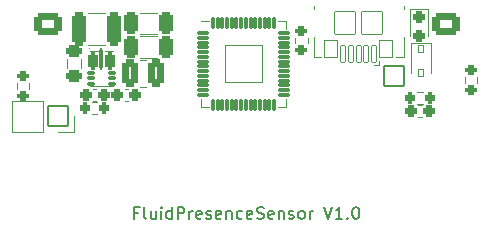
<source format=gto>
G04 #@! TF.GenerationSoftware,KiCad,Pcbnew,(6.0.7)*
G04 #@! TF.CreationDate,2022-10-27T11:39:27+02:00*
G04 #@! TF.ProjectId,FluidPresenceSensor,466c7569-6450-4726-9573-656e63655365,rev?*
G04 #@! TF.SameCoordinates,Original*
G04 #@! TF.FileFunction,Legend,Top*
G04 #@! TF.FilePolarity,Positive*
%FSLAX46Y46*%
G04 Gerber Fmt 4.6, Leading zero omitted, Abs format (unit mm)*
G04 Created by KiCad (PCBNEW (6.0.7)) date 2022-10-27 11:39:27*
%MOMM*%
%LPD*%
G01*
G04 APERTURE LIST*
G04 Aperture macros list*
%AMRoundRect*
0 Rectangle with rounded corners*
0 $1 Rounding radius*
0 $2 $3 $4 $5 $6 $7 $8 $9 X,Y pos of 4 corners*
0 Add a 4 corners polygon primitive as box body*
4,1,4,$2,$3,$4,$5,$6,$7,$8,$9,$2,$3,0*
0 Add four circle primitives for the rounded corners*
1,1,$1+$1,$2,$3*
1,1,$1+$1,$4,$5*
1,1,$1+$1,$6,$7*
1,1,$1+$1,$8,$9*
0 Add four rect primitives between the rounded corners*
20,1,$1+$1,$2,$3,$4,$5,0*
20,1,$1+$1,$4,$5,$6,$7,0*
20,1,$1+$1,$6,$7,$8,$9,0*
20,1,$1+$1,$8,$9,$2,$3,0*%
G04 Aperture macros list end*
%ADD10C,0.150000*%
%ADD11C,0.120000*%
%ADD12RoundRect,0.250000X0.200000X0.275000X-0.200000X0.275000X-0.200000X-0.275000X0.200000X-0.275000X0*%
%ADD13RoundRect,0.300000X-0.375000X-0.850000X0.375000X-0.850000X0.375000X0.850000X-0.375000X0.850000X0*%
%ADD14RoundRect,0.050000X0.200000X0.700000X-0.200000X0.700000X-0.200000X-0.700000X0.200000X-0.700000X0*%
%ADD15RoundRect,0.050000X0.575000X0.725000X-0.575000X0.725000X-0.575000X-0.725000X0.575000X-0.725000X0*%
%ADD16RoundRect,0.050000X0.875000X0.950000X-0.875000X0.950000X-0.875000X-0.950000X0.875000X-0.950000X0*%
%ADD17O,1.150000X2.000000*%
%ADD18RoundRect,0.275000X-0.225000X-0.250000X0.225000X-0.250000X0.225000X0.250000X-0.225000X0.250000X0*%
%ADD19RoundRect,0.050000X-0.850000X0.850000X-0.850000X-0.850000X0.850000X-0.850000X0.850000X0.850000X0*%
%ADD20O,1.800000X1.800000*%
%ADD21C,3.300000*%
%ADD22RoundRect,0.268750X-0.381250X0.218750X-0.381250X-0.218750X0.381250X-0.218750X0.381250X0.218750X0*%
%ADD23RoundRect,0.100000X-0.387500X-0.050000X0.387500X-0.050000X0.387500X0.050000X-0.387500X0.050000X0*%
%ADD24RoundRect,0.100000X-0.050000X-0.387500X0.050000X-0.387500X0.050000X0.387500X-0.050000X0.387500X0*%
%ADD25RoundRect,0.050000X-1.600000X-1.600000X1.600000X-1.600000X1.600000X1.600000X-1.600000X1.600000X0*%
%ADD26RoundRect,0.275000X0.225000X0.250000X-0.225000X0.250000X-0.225000X-0.250000X0.225000X-0.250000X0*%
%ADD27RoundRect,0.250000X-0.200000X-0.525000X0.200000X-0.525000X0.200000X0.525000X-0.200000X0.525000X0*%
%ADD28RoundRect,0.125000X-0.225000X-0.075000X0.225000X-0.075000X0.225000X0.075000X-0.225000X0.075000X0*%
%ADD29RoundRect,0.125000X-0.075000X-0.787500X0.075000X-0.787500X0.075000X0.787500X-0.075000X0.787500X0*%
%ADD30RoundRect,0.250000X0.275000X-0.200000X0.275000X0.200000X-0.275000X0.200000X-0.275000X-0.200000X0*%
%ADD31RoundRect,0.050000X-0.225000X0.300000X-0.225000X-0.300000X0.225000X-0.300000X0.225000X0.300000X0*%
%ADD32RoundRect,0.300000X-0.325000X-0.650000X0.325000X-0.650000X0.325000X0.650000X-0.325000X0.650000X0*%
%ADD33RoundRect,0.250000X-0.200000X-0.275000X0.200000X-0.275000X0.200000X0.275000X-0.200000X0.275000X0*%
%ADD34RoundRect,0.250000X-0.275000X0.200000X-0.275000X-0.200000X0.275000X-0.200000X0.275000X0.200000X0*%
%ADD35RoundRect,0.300000X0.325000X1.100000X-0.325000X1.100000X-0.325000X-1.100000X0.325000X-1.100000X0*%
%ADD36RoundRect,0.268750X-0.256250X0.218750X-0.256250X-0.218750X0.256250X-0.218750X0.256250X0.218750X0*%
%ADD37RoundRect,0.300000X-0.845000X0.620000X-0.845000X-0.620000X0.845000X-0.620000X0.845000X0.620000X0*%
%ADD38O,2.290000X1.840000*%
%ADD39RoundRect,0.050000X0.850000X-0.850000X0.850000X0.850000X-0.850000X0.850000X-0.850000X-0.850000X0*%
G04 APERTURE END LIST*
D10*
X85833333Y-47328571D02*
X85500000Y-47328571D01*
X85500000Y-47852380D02*
X85500000Y-46852380D01*
X85976190Y-46852380D01*
X86500000Y-47852380D02*
X86404761Y-47804761D01*
X86357142Y-47709523D01*
X86357142Y-46852380D01*
X87309523Y-47185714D02*
X87309523Y-47852380D01*
X86880952Y-47185714D02*
X86880952Y-47709523D01*
X86928571Y-47804761D01*
X87023809Y-47852380D01*
X87166666Y-47852380D01*
X87261904Y-47804761D01*
X87309523Y-47757142D01*
X87785714Y-47852380D02*
X87785714Y-47185714D01*
X87785714Y-46852380D02*
X87738095Y-46900000D01*
X87785714Y-46947619D01*
X87833333Y-46900000D01*
X87785714Y-46852380D01*
X87785714Y-46947619D01*
X88690476Y-47852380D02*
X88690476Y-46852380D01*
X88690476Y-47804761D02*
X88595238Y-47852380D01*
X88404761Y-47852380D01*
X88309523Y-47804761D01*
X88261904Y-47757142D01*
X88214285Y-47661904D01*
X88214285Y-47376190D01*
X88261904Y-47280952D01*
X88309523Y-47233333D01*
X88404761Y-47185714D01*
X88595238Y-47185714D01*
X88690476Y-47233333D01*
X89166666Y-47852380D02*
X89166666Y-46852380D01*
X89547619Y-46852380D01*
X89642857Y-46900000D01*
X89690476Y-46947619D01*
X89738095Y-47042857D01*
X89738095Y-47185714D01*
X89690476Y-47280952D01*
X89642857Y-47328571D01*
X89547619Y-47376190D01*
X89166666Y-47376190D01*
X90166666Y-47852380D02*
X90166666Y-47185714D01*
X90166666Y-47376190D02*
X90214285Y-47280952D01*
X90261904Y-47233333D01*
X90357142Y-47185714D01*
X90452380Y-47185714D01*
X91166666Y-47804761D02*
X91071428Y-47852380D01*
X90880952Y-47852380D01*
X90785714Y-47804761D01*
X90738095Y-47709523D01*
X90738095Y-47328571D01*
X90785714Y-47233333D01*
X90880952Y-47185714D01*
X91071428Y-47185714D01*
X91166666Y-47233333D01*
X91214285Y-47328571D01*
X91214285Y-47423809D01*
X90738095Y-47519047D01*
X91595238Y-47804761D02*
X91690476Y-47852380D01*
X91880952Y-47852380D01*
X91976190Y-47804761D01*
X92023809Y-47709523D01*
X92023809Y-47661904D01*
X91976190Y-47566666D01*
X91880952Y-47519047D01*
X91738095Y-47519047D01*
X91642857Y-47471428D01*
X91595238Y-47376190D01*
X91595238Y-47328571D01*
X91642857Y-47233333D01*
X91738095Y-47185714D01*
X91880952Y-47185714D01*
X91976190Y-47233333D01*
X92833333Y-47804761D02*
X92738095Y-47852380D01*
X92547619Y-47852380D01*
X92452380Y-47804761D01*
X92404761Y-47709523D01*
X92404761Y-47328571D01*
X92452380Y-47233333D01*
X92547619Y-47185714D01*
X92738095Y-47185714D01*
X92833333Y-47233333D01*
X92880952Y-47328571D01*
X92880952Y-47423809D01*
X92404761Y-47519047D01*
X93309523Y-47185714D02*
X93309523Y-47852380D01*
X93309523Y-47280952D02*
X93357142Y-47233333D01*
X93452380Y-47185714D01*
X93595238Y-47185714D01*
X93690476Y-47233333D01*
X93738095Y-47328571D01*
X93738095Y-47852380D01*
X94642857Y-47804761D02*
X94547619Y-47852380D01*
X94357142Y-47852380D01*
X94261904Y-47804761D01*
X94214285Y-47757142D01*
X94166666Y-47661904D01*
X94166666Y-47376190D01*
X94214285Y-47280952D01*
X94261904Y-47233333D01*
X94357142Y-47185714D01*
X94547619Y-47185714D01*
X94642857Y-47233333D01*
X95452380Y-47804761D02*
X95357142Y-47852380D01*
X95166666Y-47852380D01*
X95071428Y-47804761D01*
X95023809Y-47709523D01*
X95023809Y-47328571D01*
X95071428Y-47233333D01*
X95166666Y-47185714D01*
X95357142Y-47185714D01*
X95452380Y-47233333D01*
X95500000Y-47328571D01*
X95500000Y-47423809D01*
X95023809Y-47519047D01*
X95880952Y-47804761D02*
X96023809Y-47852380D01*
X96261904Y-47852380D01*
X96357142Y-47804761D01*
X96404761Y-47757142D01*
X96452380Y-47661904D01*
X96452380Y-47566666D01*
X96404761Y-47471428D01*
X96357142Y-47423809D01*
X96261904Y-47376190D01*
X96071428Y-47328571D01*
X95976190Y-47280952D01*
X95928571Y-47233333D01*
X95880952Y-47138095D01*
X95880952Y-47042857D01*
X95928571Y-46947619D01*
X95976190Y-46900000D01*
X96071428Y-46852380D01*
X96309523Y-46852380D01*
X96452380Y-46900000D01*
X97261904Y-47804761D02*
X97166666Y-47852380D01*
X96976190Y-47852380D01*
X96880952Y-47804761D01*
X96833333Y-47709523D01*
X96833333Y-47328571D01*
X96880952Y-47233333D01*
X96976190Y-47185714D01*
X97166666Y-47185714D01*
X97261904Y-47233333D01*
X97309523Y-47328571D01*
X97309523Y-47423809D01*
X96833333Y-47519047D01*
X97738095Y-47185714D02*
X97738095Y-47852380D01*
X97738095Y-47280952D02*
X97785714Y-47233333D01*
X97880952Y-47185714D01*
X98023809Y-47185714D01*
X98119047Y-47233333D01*
X98166666Y-47328571D01*
X98166666Y-47852380D01*
X98595238Y-47804761D02*
X98690476Y-47852380D01*
X98880952Y-47852380D01*
X98976190Y-47804761D01*
X99023809Y-47709523D01*
X99023809Y-47661904D01*
X98976190Y-47566666D01*
X98880952Y-47519047D01*
X98738095Y-47519047D01*
X98642857Y-47471428D01*
X98595238Y-47376190D01*
X98595238Y-47328571D01*
X98642857Y-47233333D01*
X98738095Y-47185714D01*
X98880952Y-47185714D01*
X98976190Y-47233333D01*
X99595238Y-47852380D02*
X99500000Y-47804761D01*
X99452380Y-47757142D01*
X99404761Y-47661904D01*
X99404761Y-47376190D01*
X99452380Y-47280952D01*
X99500000Y-47233333D01*
X99595238Y-47185714D01*
X99738095Y-47185714D01*
X99833333Y-47233333D01*
X99880952Y-47280952D01*
X99928571Y-47376190D01*
X99928571Y-47661904D01*
X99880952Y-47757142D01*
X99833333Y-47804761D01*
X99738095Y-47852380D01*
X99595238Y-47852380D01*
X100357142Y-47852380D02*
X100357142Y-47185714D01*
X100357142Y-47376190D02*
X100404761Y-47280952D01*
X100452380Y-47233333D01*
X100547619Y-47185714D01*
X100642857Y-47185714D01*
X101595238Y-46852380D02*
X101928571Y-47852380D01*
X102261904Y-46852380D01*
X103119047Y-47852380D02*
X102547619Y-47852380D01*
X102833333Y-47852380D02*
X102833333Y-46852380D01*
X102738095Y-46995238D01*
X102642857Y-47090476D01*
X102547619Y-47138095D01*
X103547619Y-47757142D02*
X103595238Y-47804761D01*
X103547619Y-47852380D01*
X103500000Y-47804761D01*
X103547619Y-47757142D01*
X103547619Y-47852380D01*
X104214285Y-46852380D02*
X104309523Y-46852380D01*
X104404761Y-46900000D01*
X104452380Y-46947619D01*
X104500000Y-47042857D01*
X104547619Y-47233333D01*
X104547619Y-47471428D01*
X104500000Y-47661904D01*
X104452380Y-47757142D01*
X104404761Y-47804761D01*
X104309523Y-47852380D01*
X104214285Y-47852380D01*
X104119047Y-47804761D01*
X104071428Y-47757142D01*
X104023809Y-47661904D01*
X103976190Y-47471428D01*
X103976190Y-47233333D01*
X104023809Y-47042857D01*
X104071428Y-46947619D01*
X104119047Y-46900000D01*
X104214285Y-46852380D01*
D11*
X82387258Y-38972500D02*
X81912742Y-38972500D01*
X82387258Y-37927500D02*
X81912742Y-37927500D01*
X85963748Y-34440000D02*
X86486252Y-34440000D01*
X85963748Y-36660000D02*
X86486252Y-36660000D01*
X108310000Y-29860000D02*
X108310000Y-30070000D01*
X100690000Y-34160000D02*
X101340000Y-34160000D01*
X108310000Y-32430000D02*
X108310000Y-34160000D01*
X106260000Y-34860000D02*
X106260000Y-34470000D01*
X106260000Y-34860000D02*
X105810000Y-34860000D01*
X108310000Y-34160000D02*
X107650000Y-34160000D01*
X100690000Y-29860000D02*
X100690000Y-30070000D01*
X100690000Y-32430000D02*
X100690000Y-34160000D01*
X109559420Y-39260000D02*
X109840580Y-39260000D01*
X109559420Y-38240000D02*
X109840580Y-38240000D01*
X77780000Y-40505000D02*
X75180000Y-40505000D01*
X80380000Y-40505000D02*
X79050000Y-40505000D01*
X75180000Y-37845000D02*
X75180000Y-40505000D01*
X80380000Y-39175000D02*
X80380000Y-40505000D01*
X77780000Y-37845000D02*
X77780000Y-40505000D01*
X77780000Y-37845000D02*
X75180000Y-37845000D01*
X79840000Y-34300378D02*
X79840000Y-35099622D01*
X80960000Y-34300378D02*
X80960000Y-35099622D01*
X98360000Y-38360000D02*
X98360000Y-37710000D01*
X91790000Y-38360000D02*
X91140000Y-38360000D01*
X91790000Y-31140000D02*
X91140000Y-31140000D01*
X98360000Y-31140000D02*
X98360000Y-31790000D01*
X91140000Y-38360000D02*
X91140000Y-37710000D01*
X97710000Y-38360000D02*
X98360000Y-38360000D01*
X97710000Y-31140000D02*
X98360000Y-31140000D01*
X84965580Y-37860000D02*
X84684420Y-37860000D01*
X84965580Y-36840000D02*
X84684420Y-36840000D01*
X81725000Y-33650000D02*
X82425000Y-33650000D01*
X81725000Y-36650000D02*
X83725000Y-36650000D01*
X83725000Y-33650000D02*
X83025000Y-33650000D01*
X81775000Y-33400000D02*
G75*
G03*
X81775000Y-33400000I-50000J0D01*
G01*
X113477500Y-36337258D02*
X113477500Y-35862742D01*
X114522500Y-36337258D02*
X114522500Y-35862742D01*
X110650000Y-33000000D02*
X110650000Y-35550000D01*
X108950000Y-33000000D02*
X108950000Y-35550000D01*
X110650000Y-33000000D02*
X108950000Y-33000000D01*
X86013748Y-32390000D02*
X87436252Y-32390000D01*
X86013748Y-34210000D02*
X87436252Y-34210000D01*
X109462742Y-38172500D02*
X109937258Y-38172500D01*
X109462742Y-37127500D02*
X109937258Y-37127500D01*
X82290580Y-37860000D02*
X82009420Y-37860000D01*
X82290580Y-36840000D02*
X82009420Y-36840000D01*
X75577500Y-36362742D02*
X75577500Y-36837258D01*
X76622500Y-36362742D02*
X76622500Y-36837258D01*
X86013748Y-30390000D02*
X87436252Y-30390000D01*
X86013748Y-32210000D02*
X87436252Y-32210000D01*
X83036252Y-33110000D02*
X81613748Y-33110000D01*
X83036252Y-30390000D02*
X81613748Y-30390000D01*
X110335000Y-30115000D02*
X108865000Y-30115000D01*
X108865000Y-30115000D02*
X108865000Y-32400000D01*
X110335000Y-32400000D02*
X110335000Y-30115000D01*
X100172500Y-32987258D02*
X100172500Y-32512742D01*
X99127500Y-32987258D02*
X99127500Y-32512742D01*
%LPC*%
D12*
X82975000Y-38450000D03*
X81325000Y-38450000D03*
D13*
X85150000Y-35550000D03*
X87300000Y-35550000D03*
D14*
X105800000Y-33900000D03*
X105150000Y-33900000D03*
X104500000Y-33900000D03*
X103850000Y-33900000D03*
X103200000Y-33900000D03*
D15*
X102180000Y-33480000D03*
D16*
X103375000Y-31250000D03*
X105625000Y-31250000D03*
D17*
X108075000Y-31250000D03*
X100925000Y-31250000D03*
D15*
X106820000Y-33480000D03*
D18*
X108925000Y-38750000D03*
X110475000Y-38750000D03*
D19*
X79050000Y-39175000D03*
D20*
X76510000Y-39175000D03*
D21*
X78500000Y-89500000D03*
D22*
X80400000Y-33637500D03*
X80400000Y-35762500D03*
D21*
X111500000Y-43500000D03*
D23*
X91312500Y-32150000D03*
X91312500Y-32550000D03*
X91312500Y-32950000D03*
X91312500Y-33350000D03*
X91312500Y-33750000D03*
X91312500Y-34150000D03*
X91312500Y-34550000D03*
X91312500Y-34950000D03*
X91312500Y-35350000D03*
X91312500Y-35750000D03*
X91312500Y-36150000D03*
X91312500Y-36550000D03*
X91312500Y-36950000D03*
X91312500Y-37350000D03*
D24*
X92150000Y-38187500D03*
X92550000Y-38187500D03*
X92950000Y-38187500D03*
X93350000Y-38187500D03*
X93750000Y-38187500D03*
X94150000Y-38187500D03*
X94550000Y-38187500D03*
X94950000Y-38187500D03*
X95350000Y-38187500D03*
X95750000Y-38187500D03*
X96150000Y-38187500D03*
X96550000Y-38187500D03*
X96950000Y-38187500D03*
X97350000Y-38187500D03*
D23*
X98187500Y-37350000D03*
X98187500Y-36950000D03*
X98187500Y-36550000D03*
X98187500Y-36150000D03*
X98187500Y-35750000D03*
X98187500Y-35350000D03*
X98187500Y-34950000D03*
X98187500Y-34550000D03*
X98187500Y-34150000D03*
X98187500Y-33750000D03*
X98187500Y-33350000D03*
X98187500Y-32950000D03*
X98187500Y-32550000D03*
X98187500Y-32150000D03*
D24*
X97350000Y-31312500D03*
X96950000Y-31312500D03*
X96550000Y-31312500D03*
X96150000Y-31312500D03*
X95750000Y-31312500D03*
X95350000Y-31312500D03*
X94950000Y-31312500D03*
X94550000Y-31312500D03*
X94150000Y-31312500D03*
X93750000Y-31312500D03*
X93350000Y-31312500D03*
X92950000Y-31312500D03*
X92550000Y-31312500D03*
X92150000Y-31312500D03*
D25*
X94750000Y-34750000D03*
D26*
X85600000Y-37350000D03*
X84050000Y-37350000D03*
D27*
X81975000Y-34462500D03*
D28*
X81875000Y-35512500D03*
X81875000Y-35962500D03*
X81875000Y-36412500D03*
X83575000Y-36412500D03*
X83575000Y-35962500D03*
X83575000Y-35512500D03*
D27*
X83475000Y-34462500D03*
D29*
X82725000Y-34325000D03*
D30*
X114000000Y-36925000D03*
X114000000Y-35275000D03*
D31*
X109800000Y-33450000D03*
X109800000Y-35550000D03*
D32*
X85250000Y-33300000D03*
X88200000Y-33300000D03*
D21*
X111500000Y-89500000D03*
D33*
X108875000Y-37650000D03*
X110525000Y-37650000D03*
D26*
X82925000Y-37350000D03*
X81375000Y-37350000D03*
D34*
X76100000Y-35775000D03*
X76100000Y-37425000D03*
D21*
X78500000Y-43500000D03*
D32*
X85250000Y-31300000D03*
X88200000Y-31300000D03*
D35*
X83800000Y-31750000D03*
X80850000Y-31750000D03*
D36*
X109600000Y-30812500D03*
X109600000Y-32387500D03*
D30*
X99650000Y-33575000D03*
X99650000Y-31925000D03*
D37*
X111920000Y-31360000D03*
D38*
X111920000Y-33900000D03*
X111920000Y-36440000D03*
D39*
X107500000Y-35750000D03*
D20*
X104960000Y-35750000D03*
X102420000Y-35750000D03*
D37*
X78170000Y-31360000D03*
D38*
X78170000Y-33900000D03*
X78170000Y-36440000D03*
M02*

</source>
